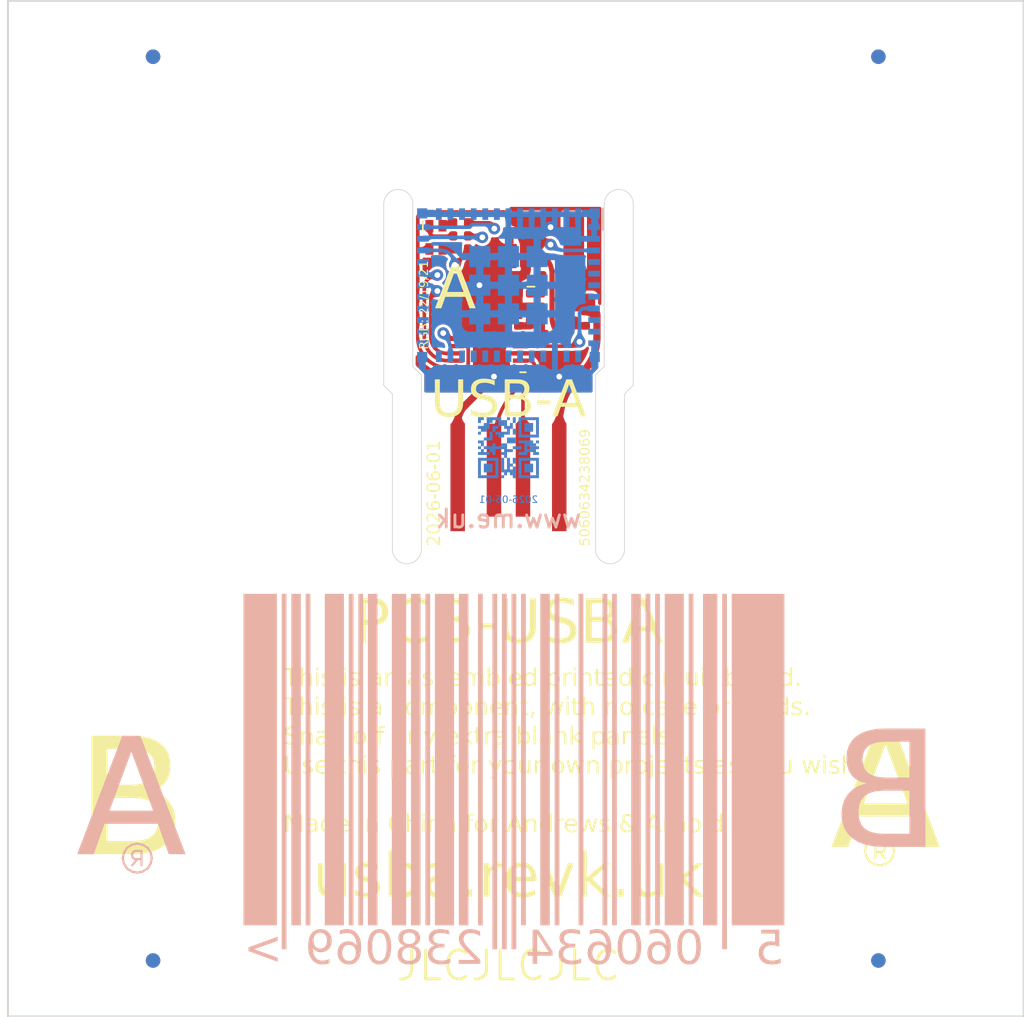
<source format=kicad_pcb>
(kicad_pcb (version 20221018) (generator pcbnew)
  (title_block (title "PCB-USBA") (rev "1") (comment 1 "www.me.uk") (comment 2 "@TheRealRevK"))
  (layers (0 "F.Cu" signal) (31 "B.Cu" signal) (34 "B.Paste" user) (35 "F.Paste" user) (36 "B.SilkS" user "B.Silkscreen") (37 "F.SilkS" user "F.Silkscreen") (38 "B.Mask" user) (39 "F.Mask" user) (44 "Edge.Cuts" user))
  (property "DATE" "2023-06-01")
  (net 0 "")
  (net 1 "Net-(D2-RK)")
  (net 2 "GND")
  (net 3 "Net-(D2-BK)")
  (net 4 "Net-(D2-GK)")
  (net 5 "O")
  (net 6 "I")
  (net 7 "Net-(J1-D-)")
  (net 8 "Net-(J1-D+)")
  (net 12 "EN")
  (net 13 "GPIO0")
  (net 17 "R")
  (net 18 "G")
  (net 19 "B")
  (net 33 "+3.3V")
  (net 38 "DC")
  (footprint "RevK:USB-A-PCB" (layer "F.Cu") (at 121.5 91.8)
    (fp_text reference "J1" hide)
    (fp_text value "USB_A")
    (pad "1" smd rect (at 3.5 -4.95) (size 1 7.41) (layers "F.Cu" "F.Mask") (net 38 "DC"))
    (pad "2" smd rect (at 1 -5.45) (size 1 6.41) (layers "F.Cu" "F.Mask") (net 7 "Net-(J1-D-)"))
    (pad "3" smd rect (at -1 -5.45) (size 1 6.41) (layers "F.Cu" "F.Mask") (net 8 "Net-(J1-D+)"))
    (pad "4" smd rect (at -3.5 -4.95) (size 1 7.41) (layers "F.Cu" "F.Mask") (net 2 "GND"))
  )
  (footprint "RevK:C_0603_" (layer "F.Cu") (at 127 73.8 -90)
    (fp_text reference "C6" hide)
    (fp_text value "10uF 50V")
  )
  (footprint "RevK:SOT-23-6-MD8942" (layer "F.Cu") (at 124.5 75.1 180)
    (fp_text reference "U5" hide)
    (fp_text value "MD8942")
    (fp_line (start 1.7 1.4) (end 1.2 1.4) (stroke (width 0.12)) (layer "F.SilkS"))
    (pad "1" smd rect (at 0.7625 1.5 180) (size 0.525 0.8) (layers "F.Cu"))
    (pad "1" smd roundrect (at 0.775 2 180) (size 0.8 0.95) (layers "F.Cu" "F.Paste" "F.Mask"))
    (pad "1" smd roundrect (at 1.1375 0.95 180) (size 1.325 0.6) (layers "F.Cu" "F.Paste" "F.Mask"))
    (pad "2" smd roundrect (at 1.1375 0 180) (size 1.325 0.6) (layers "F.Cu" "F.Paste" "F.Mask") (net 2 "GND"))
    (pad "2" smd rect (at 1.8 0 180) (size 0.8 0.6) (layers "F.Cu") (net 2 "GND"))
    (pad "2" smd roundrect (at 2.3 -0.3 90) (size 0.54 0.64) (layers "F.Cu" "F.Paste" "F.Mask") (net 2 "GND"))
    (pad "2" smd roundrect (at 2.5 0 180) (size 0.95 1.125) (layers "F.Cu") (net 2 "GND"))
    (pad "2" smd roundrect (at 2.5 0.525 180) (size 0.95 0.8) (layers "F.Cu" "F.Paste" "F.Mask") (net 2 "GND"))
    (pad "3" smd roundrect (at 0.5 -1.9 180) (size 0.54 0.64) (layers "F.Cu" "F.Paste" "F.Mask"))
    (pad "3" smd rect (at 0.625 -1.355 180) (size 0.29 0.89) (layers "F.Cu"))
    (pad "3" smd roundrect (at 1.1375 -0.95 180) (size 1.325 0.6) (layers "F.Cu" "F.Paste" "F.Mask"))
    (pad "3" smd custom (at 1.98 -1.3 180) (size 0.8 0.5) (layers "F.Cu") (options (clearance outline) (anchor rect)) (primitives (gr_arc (start -0.8 0.4) (mid -0.682843 0.117157) (end -0.4 0) (width 0.5))))
    (pad "3" smd roundrect (at 2.3 -1.3 90) (size 0.54 0.64) (layers "F.Cu" "F.Paste" "F.Mask"))
    (pad "4" smd roundrect (at -2.3 -1.3 270) (size 0.54 0.64) (layers "F.Cu" "F.Paste" "F.Mask"))
    (pad "4" smd custom (at -1.9 -1.3 180) (size 0.8 0.5) (layers "F.Cu") (options (clearance outline) (anchor rect)) (primitives (gr_arc (start 0.4 0) (mid 0.682843 0.117157) (end 0.8 0.4) (width 0.5))))
    (pad "4" smd roundrect (at -1.1375 -0.95 180) (size 1.325 0.6) (layers "F.Cu" "F.Paste" "F.Mask"))
    (pad "5" smd roundrect (at -2.5 0 180) (size 0.95 1.125) (layers "F.Cu") (net 38 "DC"))
    (pad "5" smd roundrect (at -2.5 0.525 180) (size 0.95 0.8) (layers "F.Cu" "F.Paste" "F.Mask") (net 38 "DC"))
    (pad "5" smd roundrect (at -2.3 -0.3 270) (size 0.54 0.64) (layers "F.Cu" "F.Paste" "F.Mask") (net 38 "DC"))
    (pad "5" smd rect (at -1.8 0 180) (size 0.8 0.6) (layers "F.Cu") (net 38 "DC"))
    (pad "5" smd roundrect (at -1.1375 0 180) (size 1.325 0.6) (layers "F.Cu" "F.Paste" "F.Mask") (net 38 "DC"))
    (pad "6" smd rect (at -1.5 4.6 180) (size 1.425 3.7) (layers "F.Cu" "F.Mask"))
    (pad "6" smd rect (at -1.3 1.975 180) (size 1 2) (layers "F.Cu"))
    (pad "6" smd roundrect (at -1.1375 0.95 180) (size 1.325 0.6) (layers "F.Cu" "F.Paste" "F.Mask"))
    (pad "6" smd roundrect (at -0.775 2 180) (size 0.8 0.95) (layers "F.Cu" "F.Paste" "F.Mask"))
    (pad "7" smd roundrect (at -2.5 2.075 180) (size 0.95 0.8) (layers "F.Cu" "F.Paste" "F.Mask") (net 2 "GND"))
    (pad "8" smd roundrect (at -0.5 -1.9 180) (size 0.54 0.64) (layers "F.Cu" "F.Paste" "F.Mask") (net 33 "+3.3V"))
    (pad "8" smd custom (at 0 0.8 180) (size 0.35 3) (layers "F.Cu") (net 33 "+3.3V") (options (clearance outline) (anchor rect)) (primitives (gr_arc (start -0.5 -2.71) (mid -0.129059 -2.154847) (end 0.001198 -1.5) (width 0.35)) (gr_arc (start 1.5 3) (mid 0.43934 2.56066) (end 0 1.5) (width 0.35))))
    (pad "8" smd rect (at 1.5 4.6 180) (size 1.425 3.7) (layers "F.Cu" "F.Mask") (net 33 "+3.3V"))
    (pad "8" smd custom (at 1.8 3.6 180) (size 0.7 2) (layers "F.Cu") (net 33 "+3.3V") (options (clearance outline) (anchor rect)) (primitives (gr_arc (start 0 -1) (mid 0.146447 -1.353553) (end 0.5 -1.5) (width 0.7))))
    (pad "8" smd roundrect (at 2.5 2.075 180) (size 0.95 0.8) (layers "F.Cu" "F.Paste" "F.Mask") (net 33 "+3.3V"))
  )
  (footprint "RevK:C_0603_" (layer "F.Cu") (at 124.5 73.1 180)
    (fp_text reference "C8" hide)
    (fp_text value "100nF")
  )
  (footprint "RevK:R_0402" (layer "F.Cu") (at 118.2 69.3)
    (fp_text reference "R7" hide)
    (fp_text value "220R" hide)
    (pad "1" smd roundrect (at -0.5 0) (size 0.54 0.64) (layers "F.Cu" "F.Paste" "F.Mask") (net 3 "Net-(D2-BK)"))
    (pad "2" smd roundrect (at 0.5 0) (size 0.54 0.64) (layers "F.Cu" "F.Paste" "F.Mask") (net 19 "B"))
  )
  (footprint "RevK:R_0402_" (layer "F.Cu") (at 124.5 77 180)
    (fp_text reference "R9" hide)
    (fp_text value "124k" hide)
  )
  (footprint "RevK:C_0402" (layer "F.Cu") (at 121.6 69.5 -90)
    (fp_text reference "C4" hide)
    (fp_text value "100nF" hide)
    (pad "1" smd roundrect (at -0.5 0 270) (size 0.54 0.64) (layers "F.Cu" "F.Paste" "F.Mask") (net 33 "+3.3V"))
    (pad "2" smd roundrect (at 0.5 0 270) (size 0.54 0.64) (layers "F.Cu" "F.Paste" "F.Mask") (net 2 "GND"))
  )
  (footprint "RevK:R_0402_" (layer "F.Cu") (at 126.8 75.9 -90)
    (fp_text reference "R11" hide)
    (fp_text value "1M" hide)
  )
  (footprint "RevK:PCB7070" (layer "F.Cu") (at 122 89)
    (fp_text reference "PCB1" hide)
    (fp_text value "70x70")
    (fp_line (start -35 -35) (end 35 -35) (stroke (width 0.12)) (layer "Edge.Cuts"))
    (fp_line (start -35 35) (end -35 -35) (stroke (width 0.12)) (layer "Edge.Cuts"))
    (fp_line (start 35 -35) (end 35 35) (stroke (width 0.12)) (layer "Edge.Cuts"))
    (fp_line (start 35 35) (end -35 35) (stroke (width 0.12)) (layer "Edge.Cuts"))
    (pad "" np_thru_hole circle (at -33 33) (size 1.1 1.1) (drill 1.1) (layers "F&B.Cu" "*.Mask") (clearance 0.1))
    (pad "" np_thru_hole circle (at -30 -30) (size 2 2) (drill 2) (layers "F&B.Cu" "*.Mask") (clearance 0.1))
    (pad "" np_thru_hole circle (at -30 30) (size 2 2) (drill 2) (layers "F&B.Cu" "*.Mask") (clearance 0.1))
    (pad "" np_thru_hole circle (at 30 -30) (size 2 2) (drill 2) (layers "F&B.Cu" "*.Mask") (clearance 0.1))
    (pad "" np_thru_hole circle (at 30 30) (size 2 2) (drill 2) (layers "F&B.Cu" "*.Mask") (clearance 0.1))
    (pad "" np_thru_hole circle (at 33 -33) (size 1.1 1.1) (drill 1.1) (layers "F&B.Cu" "*.Mask") (clearance 0.1))
    (pad "1" smd circle (at -25 -31.15) (size 1 1) (property pad_prop_fiducial_loc) (layers "F.Cu" "F.Paste" "F.Mask") (clearance 0.5))
    (pad "1" smd circle (at -25 -31.15) (size 1 1) (property pad_prop_fiducial_loc) (layers "B.Cu" "B.Paste" "B.Mask") (clearance 0.5))
    (pad "1" smd circle (at -25 31.15) (size 1 1) (property pad_prop_fiducial_loc) (layers "F.Cu" "F.Paste" "F.Mask") (clearance 0.5))
    (pad "1" smd circle (at -25 31.15) (size 1 1) (property pad_prop_fiducial_loc) (layers "B.Cu" "B.Paste" "B.Mask") (clearance 0.5))
    (pad "1" smd circle (at 25 -31.15) (size 1 1) (property pad_prop_fiducial_loc) (layers "F.Cu" "F.Paste" "F.Mask") (clearance 0.5))
    (pad "1" smd circle (at 25 -31.15) (size 1 1) (property pad_prop_fiducial_loc) (layers "B.Cu" "B.Paste" "B.Mask") (clearance 0.5))
    (pad "1" smd circle (at 25 31.15) (size 1 1) (property pad_prop_fiducial_loc) (layers "F.Cu" "F.Paste" "F.Mask") (clearance 0.5))
    (pad "1" smd circle (at 25 31.15) (size 1 1) (property pad_prop_fiducial_loc) (layers "B.Cu" "B.Paste" "B.Mask") (clearance 0.5))
  )
  (footprint "RevK:C_0603_" (layer "F.Cu") (at 122 73.8 -90)
    (fp_text reference "C7" hide)
    (fp_text value "10uF 6.3V")
  )
  (footprint "RevK:CH340X" (layer "F.Cu") (at 120.1 78.3 180)
    (fp_text reference "U3" hide)
    (fp_text value "CH340X")
    (fp_line (start -2.6 -1.3) (end -2.2 -1.3) (stroke (width 0.12)) (layer "F.SilkS"))
    (pad "1" smd rect (at -2.2 -1 180) (size 1 0.3) (layers "F.Cu" "F.Paste" "F.Mask") (net 8 "Net-(J1-D+)"))
    (pad "2" smd rect (at -2.2 -0.5 180) (size 1 0.3) (layers "F.Cu" "F.Paste" "F.Mask") (net 7 "Net-(J1-D-)"))
    (pad "3" smd rect (at -2.2 0 180) (size 1 0.3) (layers "F.Cu" "F.Paste" "F.Mask") (net 2 "GND"))
    (pad "4" smd rect (at -2.2 0.5 180) (size 1 0.3) (layers "F.Cu" "F.Paste" "F.Mask") (net 12 "EN"))
    (pad "5" smd rect (at -2.2 1 180) (size 1 0.3) (layers "F.Cu" "F.Paste" "F.Mask") (net 13 "GPIO0"))
    (pad "6" smd rect (at 2.2 1 180) (size 1 0.3) (layers "F.Cu" "F.Paste" "F.Mask") (net 13 "GPIO0"))
    (pad "7" smd rect (at 2.2 0.5 180) (size 1 0.3) (layers "F.Cu" "F.Paste" "F.Mask") (net 33 "+3.3V"))
    (pad "8" smd rect (at 2.2 0 180) (size 1 0.3) (layers "F.Cu" "F.Paste" "F.Mask") (net 6 "I"))
    (pad "9" smd rect (at 2.2 -0.5 180) (size 1 0.3) (layers "F.Cu" "F.Paste" "F.Mask") (net 5 "O"))
    (pad "10" smd rect (at 2.2 -1 180) (size 1 0.3) (layers "F.Cu" "F.Paste" "F.Mask") (net 33 "+3.3V"))
  )
  (footprint "RevK:R_0402" (layer "F.Cu") (at 118.2 71.1)
    (fp_text reference "R5" hide)
    (fp_text value "2K" hide)
    (pad "1" smd roundrect (at -0.5 0) (size 0.54 0.64) (layers "F.Cu" "F.Paste" "F.Mask") (net 4 "Net-(D2-GK)"))
    (pad "2" smd roundrect (at 0.5 0) (size 0.54 0.64) (layers "F.Cu" "F.Paste" "F.Mask") (net 18 "G"))
  )
  (footprint "RevK:L_4x4_" (layer "F.Cu") (at 124.5 70.5 180)
    (fp_text reference "L2" hide)
    (fp_text value "10uH")
  )
  (footprint "RevK:R_0402" (layer "F.Cu") (at 118.2 70.2)
    (fp_text reference "R4" hide)
    (fp_text value "680R" hide)
    (pad "1" smd roundrect (at -0.5 0) (size 0.54 0.64) (layers "F.Cu" "F.Paste" "F.Mask") (net 1 "Net-(D2-RK)"))
    (pad "2" smd roundrect (at 0.5 0) (size 0.54 0.64) (layers "F.Cu" "F.Paste" "F.Mask") (net 17 "R"))
  )
  (footprint "RevK:R_0402_" (layer "F.Cu") (at 122.2 75.9 90)
    (fp_text reference "R10" hide)
    (fp_text value "40k2" hide)
  )
  (footprint "RevK:LED-RGB-1.6x1.6" (layer "F.Cu") (at 116.5 70.3 -90)
    (fp_text reference "D2" hide)
    (fp_text value "RGB")
    (fp_line (start -1.1 0.9) (end -0.5 0.9) (stroke (width 0.12)) (layer "F.SilkS"))
    (pad "1" smd rect (at -0.8 0.45 270) (size 0.8 0.55) (layers "F.Cu" "F.Paste" "F.Mask") (net 1 "Net-(D2-RK)"))
    (pad "2" smd rect (at -0.8 -0.45 270) (size 0.8 0.55) (layers "F.Cu" "F.Paste" "F.Mask") (net 3 "Net-(D2-BK)"))
    (pad "3" smd rect (at 0.8 -0.45 270) (size 0.8 0.55) (layers "F.Cu" "F.Paste" "F.Mask") (net 4 "Net-(D2-GK)"))
    (pad "4" smd rect (at 0.8 0.45 270) (size 0.8 0.55) (layers "F.Cu" "F.Paste" "F.Mask") (net 33 "+3.3V"))
  )
  (footprint "RevK:ESP32-PICO-MINI-02" (layer "B.Cu") (at 121.5 73.6 180)
    (fp_text reference "U1" hide)
    (fp_text value "ESP32-PICO-MINI-02")
    (fp_line (start -6.5 5.3) (end -6.5 3.8) (stroke (width 0.12)) (layer "B.SilkS"))
    (pad "1" smd rect (at -5.9 4 180) (size 0.8 0.4) (layers "B.Cu" "B.Paste" "B.Mask") (net 2 "GND"))
    (pad "2" smd rect (at -5.9 3.2 180) (size 0.8 0.4) (layers "B.Cu" "B.Paste" "B.Mask") (net 2 "GND"))
    (pad "3" smd rect (at -5.9 2.4 180) (size 0.8 0.4) (layers "B.Cu" "B.Paste" "B.Mask") (net 33 "+3.3V"))
    (pad "4" smd rect (at -5.9 1.6 180) (size 0.8 0.4) (layers "B.Cu" "B.Paste" "B.Mask"))
    (pad "5" smd rect (at -5.9 0.8 180) (size 0.8 0.4) (layers "B.Cu" "B.Paste" "B.Mask"))
    (pad "6" smd rect (at -5.9 0 180) (size 0.8 0.4) (layers "B.Cu" "B.Paste" "B.Mask"))
    (pad "7" smd rect (at -5.9 -0.8 180) (size 0.8 0.4) (layers "B.Cu" "B.Paste" "B.Mask"))
    (pad "8" smd rect (at -5.9 -1.6 180) (size 0.8 0.4) (layers "B.Cu" "B.Paste" "B.Mask") (net 12 "EN"))
    (pad "9" smd rect (at -5.9 -2.4 180) (size 0.8 0.4) (layers "B.Cu" "B.Paste" "B.Mask"))
    (pad "10" smd rect (at -5.9 -3.2 180) (size 0.8 0.4) (layers "B.Cu" "B.Paste" "B.Mask"))
    (pad "11" smd rect (at -5.9 -4 180) (size 0.8 0.4) (layers "B.Cu" "B.Paste" "B.Mask") (net 2 "GND"))
    (pad "12" smd rect (at -4.8 -4.9 180) (size 0.4 0.8) (layers "B.Cu" "B.Paste" "B.Mask"))
    (pad "13" smd rect (at -4 -4.9 180) (size 0.4 0.8) (layers "B.Cu" "B.Paste" "B.Mask"))
    (pad "14" smd rect (at -3.2 -4.9 180) (size 0.4 0.8) (layers "B.Cu" "B.Paste" "B.Mask") (net 2 "GND"))
    (pad "15" smd rect (at -2.4 -4.9 180) (size 0.4 0.8) (layers "B.Cu" "B.Paste" "B.Mask"))
    (pad "16" smd rect (at -1.6 -4.9 180) (size 0.4 0.8) (layers "B.Cu" "B.Paste" "B.Mask"))
    (pad "17" smd rect (at -0.8 -4.9 180) (size 0.4 0.8) (layers "B.Cu" "B.Paste" "B.Mask"))
    (pad "18" smd rect (at 0 -4.9 180) (size 0.4 0.8) (layers "B.Cu" "B.Paste" "B.Mask"))
    (pad "19" smd rect (at 0.8 -4.9 180) (size 0.4 0.8) (layers "B.Cu" "B.Paste" "B.Mask"))
    (pad "20" smd rect (at 1.6 -4.9 180) (size 0.4 0.8) (layers "B.Cu" "B.Paste" "B.Mask"))
    (pad "21" smd rect (at 2.4 -4.9 180) (size 0.4 0.8) (layers "B.Cu" "B.Paste" "B.Mask"))
    (pad "22" smd rect (at 3.2 -4.9 180) (size 0.4 0.8) (layers "B.Cu" "B.Paste" "B.Mask"))
    (pad "23" smd rect (at 4 -4.9 180) (size 0.4 0.8) (layers "B.Cu" "B.Paste" "B.Mask") (net 13 "GPIO0"))
    (pad "24" smd rect (at 4.8 -4.9 180) (size 0.4 0.8) (layers "B.Cu" "B.Paste" "B.Mask"))
    (pad "25" smd rect (at 5.9 -4 180) (size 0.8 0.4) (layers "B.Cu" "B.Paste" "B.Mask"))
    (pad "26" smd rect (at 5.9 -3.2 180) (size 0.8 0.4) (layers "B.Cu" "B.Paste" "B.Mask"))
    (pad "27" smd rect (at 5.9 -2.4 180) (size 0.8 0.4) (layers "B.Cu" "B.Paste" "B.Mask"))
    (pad "28" smd rect (at 5.9 -1.6 180) (size 0.8 0.4) (layers "B.Cu" "B.Paste" "B.Mask"))
    (pad "29" smd rect (at 5.9 -0.8 180) (size 0.8 0.4) (layers "B.Cu" "B.Paste" "B.Mask"))
    (pad "30" smd rect (at 5.9 0 180) (size 0.8 0.4) (layers "B.Cu" "B.Paste" "B.Mask") (net 6 "I"))
    (pad "31" smd rect (at 5.9 0.8 180) (size 0.8 0.4) (layers "B.Cu" "B.Paste" "B.Mask") (net 5 "O"))
    (pad "32" smd rect (at 5.9 1.6 180) (size 0.8 0.4) (layers "B.Cu" "B.Paste" "B.Mask"))
    (pad "33" smd rect (at 5.9 2.4 180) (size 0.8 0.4) (layers "B.Cu" "B.Paste" "B.Mask") (net 18 "G"))
    (pad "34" smd rect (at 5.9 3.2 180) (size 0.8 0.4) (layers "B.Cu" "B.Paste" "B.Mask") (net 17 "R"))
    (pad "35" smd rect (at 5.9 4 180) (size 0.8 0.4) (layers "B.Cu" "B.Paste" "B.Mask") (net 19 "B"))
    (pad "36" smd rect (at 4.8 4.9 180) (size 0.4 0.8) (layers "B.Cu" "B.Paste" "B.Mask") (net 2 "GND"))
    (pad "37" smd rect (at 4 4.9 180) (size 0.4 0.8) (layers "B.Cu" "B.Paste" "B.Mask") (net 2 "GND"))
    (pad "38" smd rect (at 3.2 4.9 180) (size 0.4 0.8) (layers "B.Cu" "B.Paste" "B.Mask") (net 2 "GND"))
    (pad "39" smd rect (at 2.4 4.9 180) (size 0.4 0.8) (layers "B.Cu" "B.Paste" "B.Mask") (net 2 "GND"))
    (pad "40" smd rect (at 1.6 4.9 180) (size 0.4 0.8) (layers "B.Cu" "B.Paste" "B.Mask") (net 2 "GND"))
    (pad "41" smd rect (at 0.8 4.9 180) (size 0.4 0.8) (layers "B.Cu" "B.Paste" "B.Mask") (net 2 "GND"))
    (pad "42" smd rect (at 0 4.9 180) (size 0.4 0.8) (layers "B.Cu" "B.Paste" "B.Mask") (net 2 "GND"))
    (pad "43" smd rect (at -0.8 4.9 180) (size 0.4 0.8) (layers "B.Cu" "B.Paste" "B.Mask") (net 2 "GND"))
    (pad "44" smd rect (at -1.6 4.9 180) (size 0.4 0.8) (layers "B.Cu" "B.Paste" "B.Mask") (net 2 "GND"))
    (pad "45" smd rect (at -2.4 4.9 180) (size 0.4 0.8) (layers "B.Cu" "B.Paste" "B.Mask") (net 2 "GND"))
    (pad "46" smd rect (at -3.2 4.9 180) (size 0.4 0.8) (layers "B.Cu" "B.Paste" "B.Mask") (net 2 "GND"))
    (pad "47" smd rect (at -4 4.9 180) (size 0.4 0.8) (layers "B.Cu" "B.Paste" "B.Mask") (net 2 "GND"))
    (pad "48" smd rect (at -4.8 4.9 180) (size 0.4 0.8) (layers "B.Cu" "B.Paste" "B.Mask") (net 2 "GND"))
    (pad "49" smd rect (at -1.975 -1.975 180) (size 1.45 1.45) (layers "B.Cu" "B.Paste" "B.Mask") (net 2 "GND"))
    (pad "49" smd rect (at -1.975 0 180) (size 1.45 1.45) (layers "B.Cu" "B.Paste" "B.Mask") (net 2 "GND"))
    (pad "49" smd roundrect (at -1.975 1.975 180) (size 1.45 1.45) (layers "B.Cu" "B.Paste" "B.Mask") (roundrect_rratio 0) (chamfer_ratio 0.41) (chamfer bottom_left) (net 2 "GND"))
    (pad "49" smd rect (at 0 -1.975 180) (size 1.45 1.45) (layers "B.Cu" "B.Paste" "B.Mask") (net 2 "GND"))
    (pad "49" smd rect (at 0 0 180) (size 1.45 1.45) (layers "B.Cu" "B.Paste" "B.Mask") (net 2 "GND"))
    (pad "49" smd rect (at 0 1.975 180) (size 1.45 1.45) (layers "B.Cu" "B.Paste" "B.Mask") (net 2 "GND"))
    (pad "49" smd rect (at 1.975 -1.975 180) (size 1.45 1.45) (layers "B.Cu" "B.Paste" "B.Mask") (net 2 "GND"))
    (pad "49" smd rect (at 1.975 0 180) (size 1.45 1.45) (layers "B.Cu" "B.Paste" "B.Mask") (net 2 "GND"))
    (pad "49" smd rect (at 1.975 1.975 180) (size 1.45 1.45) (layers "B.Cu" "B.Paste" "B.Mask") (net 2 "GND"))
    (pad "50" smd rect (at 5.95 4.95 180) (size 0.7 0.7) (layers "B.Cu" "B.Paste" "B.Mask") (net 2 "GND"))
    (pad "51" smd rect (at 5.95 -4.95 180) (size 0.7 0.7) (layers "B.Cu" "B.Paste" "B.Mask") (net 2 "GND"))
    (pad "52" smd rect (at -5.95 -4.95 180) (size 0.7 0.7) (layers "B.Cu" "B.Paste" "B.Mask") (net 2 "GND"))
    (pad "53" smd rect (at -5.95 4.95 180) (size 0.7 0.7) (layers "B.Cu" "B.Paste" "B.Mask") (net 2 "GND"))
    (zone (net 0) (net_name "") (layer "F.Cu") (connect_pads (clearance 0)) (min_thickness 0.01)
      (keepout (tracks not_allowed) (vias not_allowed) (pads not_allowed) (copperpour not_allowed) (footprints allowed))
      (fill (thermal_gap 0.508) (thermal_bridge_width 0.508))
      (polygon (pts (xy 128.1 62.6) (xy 114.9 62.6) (xy 114.9 68) (xy 128.1 68)))
    )
    (zone (net 0) (net_name "") (layer "B.Cu") (connect_pads (clearance 0)) (min_thickness 0.01)
      (keepout (tracks not_allowed) (vias not_allowed) (pads not_allowed) (copperpour not_allowed) (footprints allowed))
      (fill (thermal_gap 0.508) (thermal_bridge_width 0.508))
      (polygon (pts (xy 128.1 62.6) (xy 114.9 62.6) (xy 114.9 68) (xy 128.1 68)))
    )
  )
  (footprint "RevK:QR-USBA" (layer "B.Cu") (at 121.5 84.8 180)
    (fp_text reference "U4" hide)
    (fp_text value "QR" hide)
    (fp_text user "${CURRENT_DATE}" (at 0 -3.6) (layer "B.Cu") (effects (font (size 0.5 0.5) (thickness 0.1)) (justify mirror)))
    (pad "-" smd rect (at -2 -1.3 180) (size 0.2 1.2) (layers "B.Cu") (clearance 0.2))
    (pad "-" smd rect (at -2 0.4 180) (size 0.2 0.2) (layers "B.Cu") (clearance 0.2))
    (pad "-" smd rect (at -2 1.5 180) (size 0.2 1.2) (layers "B.Cu") (clearance 0.2))
    (pad "-" smd rect (at -1.9 -0.4 180) (size 0.4 0.2) (layers "B.Cu") (clearance 0.2))
    (pad "-" smd rect (at -1.8 0 180) (size 0.6 0.2) (layers "B.Cu") (clearance 0.2))
    (pad "-" smd rect (at -1.6 0.2 180) (size 0.6 0.2) (layers "B.Cu") (clearance 0.2))
    (pad "-" smd rect (at -1.5 -0.2 180) (size 0.8 0.2) (layers "B.Cu") (clearance 0.2))
    (pad "-" smd rect (at -1.5 0.4 180) (size 0.4 0.2) (layers "B.Cu") (clearance 0.2))
    (pad "-" smd rect (at -1.4 -2 180) (size 1.4 0.2) (layers "B.Cu") (clearance 0.2))
    (pad "-" smd rect (at -1.4 -1.4 180) (size 0.6 0.6) (layers "B.Cu") (clearance 0.2))
    (pad "-" smd rect (at -1.4 -0.8 180) (size 1 0.2) (layers "B.Cu") (clearance 0.2))
    (pad "-" smd rect (at -1.4 0.8 180) (size 1.4 0.2) (layers "B.Cu") (clearance 0.2))
    (pad "-" smd rect (at -1.4 1.4 180) (size 0.6 0.6) (layers "B.Cu") (clearance 0.2))
    (pad "-" smd rect (at -1.4 2 180) (size 1 0.2) (layers "B.Cu") (clearance 0.2))
    (pad "-" smd rect (at -1.2 0.2 180) (size 0.2 0.6) (layers "B.Cu") (clearance 0.2))
    (pad "-" smd rect (at -1 -0.4 180) (size 0.6 0.2) (layers "B.Cu") (clearance 0.2))
    (pad "-" smd rect (at -0.9 0.4 180) (size 0.4 0.2) (layers "B.Cu") (clearance 0.2))
    (pad "-" smd rect (at -0.8 -1.3 180) (size 0.2 1.2) (layers "B.Cu") (clearance 0.2))
    (pad "-" smd rect (at -0.8 1.5 180) (size 0.2 1.2) (layers "B.Cu") (clearance 0.2))
    (pad "-" smd rect (at -0.6 0 180) (size 0.6 0.2) (layers "B.Cu") (clearance 0.2))
    (pad "-" smd rect (at -0.4 -1.7 180) (size 0.2 0.8) (layers "B.Cu") (clearance 0.2))
    (pad "-" smd rect (at -0.4 -0.9 180) (size 0.2 0.4) (layers "B.Cu") (clearance 0.2))
    (pad "-" smd rect (at -0.4 1.1 180) (size 0.2 0.4) (layers "B.Cu") (clearance 0.2))
    (pad "-" smd rect (at -0.4 1.9 180) (size 0.2 0.4) (layers "B.Cu") (clearance 0.2))
    (pad "-" smd rect (at -0.2 -1.7 180) (size 0.2 0.4) (layers "B.Cu") (clearance 0.2))
    (pad "-" smd rect (at -0.2 -1.2 180) (size 0.2 0.2) (layers "B.Cu") (clearance 0.2))
    (pad "-" smd rect (at -0.2 0.5 180) (size 0.6 0.4) (layers "B.Cu") (clearance 0.2))
    (pad "-" smd rect (at -0.2 1.5 180) (size 0.2 0.4) (layers "B.Cu") (clearance 0.2))
    (pad "-" smd rect (at -0.1 -0.2 180) (size 0.4 0.2) (layers "B.Cu") (clearance 0.2))
    (pad "-" smd rect (at 0 -1.2 180) (size 0.2 1) (layers "B.Cu") (clearance 0.2))
    (pad "-" smd rect (at 0 1.3 180) (size 0.2 0.4) (layers "B.Cu") (clearance 0.2))
    (pad "-" smd rect (at 0 2 180) (size 0.2 0.2) (layers "B.Cu") (clearance 0.2))
    (pad "-" smd rect (at 0.1 1 180) (size 0.4 0.2) (layers "B.Cu") (clearance 0.2))
    (pad "-" smd rect (at 0.2 -1.7 180) (size 0.2 0.4) (layers "B.Cu") (clearance 0.2))
    (pad "-" smd rect (at 0.2 -0.2 180) (size 0.2 1) (layers "B.Cu") (clearance 0.2))
    (pad "-" smd rect (at 0.2 1.6 180) (size 0.2 0.6) (layers "B.Cu") (clearance 0.2))
    (pad "-" smd rect (at 0.4 -2 180) (size 0.2 0.2) (layers "B.Cu") (clearance 0.2))
    (pad "-" smd rect (at 0.4 -1.2 180) (size 0.2 1) (layers "B.Cu") (clearance 0.2))
    (pad "-" smd rect (at 0.4 -0.4 180) (size 0.2 0.2) (layers "B.Cu") (clearance 0.2))
    (pad "-" smd rect (at 0.4 0.2 180) (size 0.2 0.2) (layers "B.Cu") (clearance 0.2))
    (pad "-" smd rect (at 0.5 0.9 180) (size 0.4 0.4) (layers "B.Cu") (clearance 0.2))
    (pad "-" smd rect (at 0.5 1.7 180) (size 0.4 0.4) (layers "B.Cu") (clearance 0.2))
    (pad "-" smd rect (at 0.6 0 180) (size 0.6 0.2) (layers "B.Cu") (clearance 0.2))
    (pad "-" smd rect (at 0.8 -1.3 180) (size 0.2 1.2) (layers "B.Cu") (clearance 0.2))
    (pad "-" smd rect (at 0.8 1 180) (size 0.2 0.2) (layers "B.Cu") (clearance 0.2))
    (pad "-" smd rect (at 0.8 1.4 180) (size 0.2 0.2) (layers "B.Cu") (clearance 0.2))
    (pad "-" smd rect (at 0.8 2 180) (size 0.6 0.2) (layers "B.Cu") (clearance 0.2))
    (pad "-" smd rect (at 1 -0.1 180) (size 0.2 0.8) (layers "B.Cu") (clearance 0.2))
    (pad "-" smd rect (at 1 1.3 180) (size 0.2 0.4) (layers "B.Cu") (clearance 0.2))
    (pad "-" smd rect (at 1.2 -0.1 180) (size 0.2 0.4) (layers "B.Cu") (clearance 0.2))
    (pad "-" smd rect (at 1.2 0.9 180) (size 0.2 0.4) (layers "B.Cu") (clearance 0.2))
    (pad "-" smd rect (at 1.2 1.9 180) (size 0.2 0.4) (layers "B.Cu") (clearance 0.2))
    (pad "-" smd rect (at 1.4 -2 180) (size 1.4 0.2) (layers "B.Cu") (clearance 0.2))
    (pad "-" smd rect (at 1.4 -1.4 180) (size 0.6 0.6) (layers "B.Cu") (clearance 0.2))
    (pad "-" smd rect (at 1.4 -0.8 180) (size 1 0.2) (layers "B.Cu") (clearance 0.2))
    (pad "-" smd rect (at 1.4 0.6 180) (size 0.6 0.2) (layers "B.Cu") (clearance 0.2))
    (pad "-" smd rect (at 1.4 1.7 180) (size 0.2 0.8) (layers "B.Cu") (clearance 0.2))
    (pad "-" smd rect (at 1.5 0 180) (size 0.4 0.2) (layers "B.Cu") (clearance 0.2))
    (pad "-" smd rect (at 1.6 1.6 180) (size 0.2 0.2) (layers "B.Cu") (clearance 0.2))
    (pad "-" smd rect (at 1.7 -0.4 180) (size 0.8 0.2) (layers "B.Cu") (clearance 0.2))
    (pad "-" smd rect (at 1.7 1.3 180) (size 0.4 0.4) (layers "B.Cu") (clearance 0.2))
    (pad "-" smd rect (at 1.8 -0.2 180) (size 0.2 0.2) (layers "B.Cu") (clearance 0.2))
    (pad "-" smd rect (at 1.8 0.3 180) (size 0.2 0.4) (layers "B.Cu") (clearance 0.2))
    (pad "-" smd rect (at 1.8 2 180) (size 0.2 0.2) (layers "B.Cu") (clearance 0.2))
    (pad "-" smd rect (at 2 -1.3 180) (size 0.2 1.2) (layers "B.Cu") (clearance 0.2))
    (pad "-" smd rect (at 2 0 180) (size 0.2 0.2) (layers "B.Cu") (clearance 0.2))
    (pad "-" smd rect (at 2 0.4 180) (size 0.2 0.2) (layers "B.Cu") (clearance 0.2))
    (pad "-" smd rect (at 2 1 180) (size 0.2 0.2) (layers "B.Cu") (clearance 0.2))
    (pad "-" smd rect (at 2 1.4 180) (size 0.2 0.2) (layers "B.Cu") (clearance 0.2))
    (pad "-" smd rect (at 2 1.9 180) (size 0.2 0.4) (layers "B.Cu") (clearance 0.2))
    (zone (net 0) (net_name "") (layer "B.Cu") (connect_pads (clearance 0)) (min_thickness 0.254)
      (keepout (tracks not_allowed) (vias not_allowed) (pads allowed) (copperpour not_allowed) (footprints not_allowed))
      (fill (thermal_gap 0.508) (thermal_bridge_width 0.508))
      (polygon (pts (xy 118.55 89.15) (xy 124.45 89.15) (xy 124.45 81.85) (xy 118.55 81.85)))
    )
  )
  (footprint "RevK:EAN-5060634238069" (layer "B.Cu") (at 140.52 94.875 180)
    (fp_text reference "U2" hide)
    (fp_text value "Barcode" hide)
    (fp_text user "060634" (at 11.71 -25.9) (layer "B.SilkS") (effects (font (size 2.31 2.31) (thickness 0.1)) (justify bottom mirror)))
    (fp_text user ">" (at 37.29 -25.9) (layer "B.SilkS") (effects (font (size 2.31 2.31) (thickness 0.1)) (justify right bottom mirror)))
    (fp_text user "238069" (at 26.89 -25.9) (layer "B.SilkS") (effects (font (size 2.31 2.31) (thickness 0.1)) (justify bottom mirror)))
    (fp_text user "5" (at 0 -25.9) (layer "B.SilkS") (effects (font (size 2.31 2.31) (thickness 0.1)) (justify left bottom mirror)))
    (fp_rect (start 0 0) (end 3.63 -22.85) (fill solid) (layer "B.SilkS"))
    (fp_rect (start 3.96 0) (end 4.29 -24.5) (fill solid) (layer "B.SilkS"))
    (fp_rect (start 4.62 0) (end 5.61 -22.85) (fill solid) (layer "B.SilkS"))
    (fp_rect (start 6.27 0) (end 6.6 -22.85) (fill solid) (layer "B.SilkS"))
    (fp_rect (start 6.93 0) (end 8.25 -22.85) (fill solid) (layer "B.SilkS"))
    (fp_rect (start 8.58 0) (end 8.91 -22.85) (fill solid) (layer "B.SilkS"))
    (fp_rect (start 9.24 0) (end 9.57 -22.85) (fill solid) (layer "B.SilkS"))
    (fp_rect (start 9.9 0) (end 10.56 -22.85) (fill solid) (layer "B.SilkS"))
    (fp_rect (start 11.55 0) (end 11.88 -22.85) (fill solid) (layer "B.SilkS"))
    (fp_rect (start 12.21 0) (end 12.54 -22.85) (fill solid) (layer "B.SilkS"))
    (fp_rect (start 13.86 0) (end 14.19 -22.85) (fill solid) (layer "B.SilkS"))
    (fp_rect (start 15.51 0) (end 15.84 -22.85) (fill solid) (layer "B.SilkS"))
    (fp_rect (start 16.17 0) (end 16.83 -22.85) (fill solid) (layer "B.SilkS"))
    (fp_rect (start 17.82 0) (end 18.15 -22.85) (fill solid) (layer "B.SilkS"))
    (fp_rect (start 18.48 0) (end 18.81 -24.5) (fill solid) (layer "B.SilkS"))
    (fp_rect (start 19.14 0) (end 19.47 -24.5) (fill solid) (layer "B.SilkS"))
    (fp_rect (start 19.8 0) (end 20.13 -24.5) (fill solid) (layer "B.SilkS"))
    (fp_rect (start 20.79 0) (end 21.12 -22.85) (fill solid) (layer "B.SilkS"))
    (fp_rect (start 21.78 0) (end 22.44 -22.85) (fill solid) (layer "B.SilkS"))
    (fp_rect (start 22.77 0) (end 24.09 -22.85) (fill solid) (layer "B.SilkS"))
    (fp_rect (start 24.42 0) (end 24.75 -22.85) (fill solid) (layer "B.SilkS"))
    (fp_rect (start 25.08 0) (end 25.74 -22.85) (fill solid) (layer "B.SilkS"))
    (fp_rect (start 26.07 0) (end 27.06 -22.85) (fill solid) (layer "B.SilkS"))
    (fp_rect (start 28.05 0) (end 28.71 -22.85) (fill solid) (layer "B.SilkS"))
    (fp_rect (start 29.04 0) (end 29.37 -22.85) (fill solid) (layer "B.SilkS"))
    (fp_rect (start 29.7 0) (end 30.03 -22.85) (fill solid) (layer "B.SilkS"))
    (fp_rect (start 30.36 0) (end 31.68 -22.85) (fill solid) (layer "B.SilkS"))
    (fp_rect (start 32.67 0) (end 33 -22.85) (fill solid) (layer "B.SilkS"))
    (fp_rect (start 33.33 0) (end 33.99 -22.85) (fill solid) (layer "B.SilkS"))
    (fp_rect (start 34.32 0) (end 34.65 -24.5) (fill solid) (layer "B.SilkS"))
    (fp_rect (start 34.98 0) (end 37.29 -22.85) (fill solid) (layer "B.SilkS"))
  )
  (gr_line (start 128.1 79.2) (end 128.1 68) (stroke (width 0.05)) (layer "Edge.Cuts"))
  (gr_line (start 130.1 80.5) (end 130.1 68) (stroke (width 0.05)) (layer "Edge.Cuts"))
  (gr_line (start 114.9 68) (end 114.9 79.2) (stroke (width 0.05)) (layer "Edge.Cuts"))
  (gr_line (start 114.9 79.2) (end 115.5 79.8) (stroke (width 0.05)) (layer "Edge.Cuts"))
  (gr_arc (start 128.1 68) (mid 129.1 67) (end 130.1 68) (stroke (width 0.05)) (layer "Edge.Cuts"))
  (gr_line (start 115.5 79.8) (end 115.5 91.8) (stroke (width 0.05)) (layer "Edge.Cuts"))
  (gr_line (start 129.5 81.1) (end 129.5 91.8) (stroke (width 0.05)) (layer "Edge.Cuts"))
  (gr_line (start 112.9 80.5) (end 113.5 81.1) (stroke (width 0.05)) (layer "Edge.Cuts"))
  (gr_arc (start 129.5 91.8) (mid 128.5 92.8) (end 127.5 91.8) (stroke (width 0.05)) (layer "Edge.Cuts"))
  (gr_line (start 112.9 68) (end 112.9 80.5) (stroke (width 0.05)) (layer "Edge.Cuts"))
  (gr_line (start 127.5 79.8) (end 127.5 91.8) (stroke (width 0.05)) (layer "Edge.Cuts"))
  (gr_arc (start 115.5 91.8) (mid 114.5 92.8) (end 113.5 91.8) (stroke (width 0.05)) (layer "Edge.Cuts"))
  (gr_line (start 113.5 81.1) (end 113.5 91.8) (stroke (width 0.05)) (layer "Edge.Cuts"))
  (gr_line (start 130.1 80.5) (end 129.5 81.1) (stroke (width 0.05)) (layer "Edge.Cuts"))
  (gr_line (start 128.1 79.2) (end 127.5 79.8) (stroke (width 0.05)) (layer "Edge.Cuts"))
  (gr_arc (start 112.9 68) (mid 113.9 67) (end 114.9 68) (stroke (width 0.05)) (layer "Edge.Cuts"))
  (gr_text "B" (at 147.5 109) (layer "B.SilkS") (effects (font (size 8 8)) (justify mirror)))
  (gr_text "®" (at 97.3 114) (layer "B.SilkS") (effects (font (size 1.5 1.5)) (justify left bottom mirror)))
  (gr_text "www.me.uk" (at 121.5 89.7) (layer "B.SilkS") (effects (font (size 1.25 1.25) (thickness 0.2)) (justify mirror)))
  (gr_text "A" (at 95.5 109.5) (layer "B.SilkS") (effects (font (size 8 8)) (justify mirror)))
  (gr_text "B" (at 95.5 109.5) (layer "F.SilkS") (effects (font (size 8 8))))
  (gr_text "®" (at 145.7 113.5) (layer "F.SilkS") (effects (font (size 1.5 1.5)) (justify left bottom)))
  (gr_text "USB-A" (at 121.5 81.6) (layer "F.SilkS") (effects (font (size 2.5 2.5))))
  (gr_text "5060634238069" (at 126.8 91.6 90) (layer "F.SilkS") (effects (font (size 0.7 0.7) (thickness 0.1)) (justify left)))
  (gr_text "RGB: 22/19/21" (at 115.7 71.9 90) (layer "F.SilkS") (effects (font (size 0.6 0.6) (thickness 0.1)) (justify right)))
  (gr_text "This is an assembled printed circuit board.\nThis is a component, with no case or leads.\nSnap off any extra blank panels.\nUse this part for your own projects as you wish.\n\nMade in China for Andrews & Arnold Ltd." (at 106 111.5) (layer "F.SilkS") (effects (font (size 1.2 1.2)) (justify left bottom)))
  (gr_text "${CURRENT_DATE}" (at 116.4 91.6 90) (layer "F.SilkS") (effects (font (size 0.9 0.9)) (justify left)))
  (gr_text "A" (at 116.4 75.7) (layer "F.SilkS") (effects (font (size 3 3)) (justify left bottom)))
  (gr_text "${TITLE}" (at 121.5 97) (layer "F.SilkS") (effects (font (size 3 3))))
  (gr_text "A" (at 147.5 109) (layer "F.SilkS") (effects (font (size 8 8))))
  (gr_text "usba.revk.uk" (at 121.5 114.5) (layer "F.SilkS") (effects (font (size 3 3))))
  (gr_text "JLCJLCJLC" (at 121.5 120.5) (layer "F.SilkS") (effects (font (size 2 2) (thickness 0.2))))
  (segment (start 116.05 69.5) (end 116.05 69.875) (width 0.25) (layer "F.Cu") (net 1))
  (segment (start 117.675 70.225) (end 116.4 70.225) (width 0.25) (layer "F.Cu") (net 1))
  (arc (start 116.05 69.875) (mid 116.152513 70.122487) (end 116.4 70.225) (width 0.25) (layer "F.Cu") (net 1))
  (segment (start 120.5 79.9) (end 120.5 79.3) (width 0.25) (layer "F.Cu") (net 2))
  (segment (start 118 83.1) (end 118 87.25) (width 0.5) (layer "F.Cu") (net 2))
  (segment (start 120.5 79.9) (end 118.494975 81.905025) (width 0.5) (layer "F.Cu") (net 2))
  (segment (start 122.3 78.3) (end 121.5 78.3) (width 0.25) (layer "F.Cu") (net 2))
  (via (at 120.5 79.9) (size 0.8) (drill 0.4) (layers "F.Cu" "B.Cu") (net 2))
  (via (at 124.4 69.6) (size 0.8) (drill 0.4) (layers "F.Cu" "B.Cu") (net 2))
  (via (at 125 79.9) (size 0.8) (drill 0.4) (layers "F.Cu" "B.Cu") (net 2))
  (via (at 119.5 73.6) (size 0.8) (drill 0.4) (layers "F.Cu" "B.Cu") (net 2))
  (arc (start 121.5 78.3) (mid 120.792893 78.592893) (end 120.5 79.3) (width 0.25) (layer "F.Cu") (net 2))
  (arc (start 118.494975 81.905025) (mid 118.12864 82.453283) (end 118 83.1) (width 0.5) (layer "F.Cu") (net 2))
  (segment (start 117.15 69.3) (end 117.7 69.3) (width 0.25) (layer "F.Cu") (net 3))
  (arc (start 116.95 69.5) (mid 117.008579 69.358579) (end 117.15 69.3) (width 0.25) (layer "F.Cu") (net 3))
  (segment (start 116.95 71.1) (end 117.7 71.1) (width 0.25) (layer "F.Cu") (net 4))
  (segment (start 115.7 73.8) (end 115.7 77.2) (width 0.25) (layer "F.Cu") (net 5))
  (segment (start 117.9 78.8) (end 117.3 78.8) (width 0.25) (layer "F.Cu") (net 5))
  (via (at 116.6 72.9) (size 0.8) (drill 0.4) (layers "F.Cu" "B.Cu") (net 5))
  (arc (start 117.3 78.8) (mid 116.168629 78.331371) (end 115.7 77.2) (width 0.25) (layer "F.Cu") (net 5))
  (arc (start 116.6 72.9) (mid 115.963604 73.163604) (end 115.7 73.8) (width 0.25) (layer "F.Cu") (net 5))
  (segment (start 116.6 72.9) (end 115.7 72.9) (width 0.25) (layer "B.Cu") (net 5))
  (segment (start 115.7 72.9) (end 115.6 72.8) (width 0.25) (layer "B.Cu") (net 5))
  (segment (start 116.15 74.45) (end 116.15 77.2) (width 0.25) (layer "F.Cu") (net 6))
  (segment (start 117.9 78.3) (end 117.25 78.3) (width 0.25) (layer "F.Cu") (net 6))
  (via (at 116.6 74) (size 0.8) (drill 0.4) (layers "F.Cu" "B.Cu") (net 6))
  (arc (start 117.25 78.3) (mid 116.472183 77.977817) (end 116.15 77.2) (width 0.25) (layer "F.Cu") (net 6))
  (arc (start 116.6 74) (mid 116.281802 74.131802) (end 116.15 74.45) (width 0.25) (layer "F.Cu") (net 6))
  (segment (start 116.2 73.6) (end 115.6 73.6) (width 0.25) (layer "B.Cu") (net 6))
  (segment (start 116.6 74) (end 116.2 73.6) (width 0.25) (layer "B.Cu") (net 6))
  (segment (start 122.5 86.35) (end 122.5 81.365685) (width 0.25) (layer "F.Cu") (net 7))
  (segment (start 122.3 78.8) (end 122.924941 78.8) (width 0.25) (layer "F.Cu") (net 7))
  (segment (start 123.3 79.175059) (end 123.3 79.434315) (width 0.25) (layer "F.Cu") (net 7))
  (arc (start 122.924941 78.8) (mid 123.190148 78.909852) (end 123.3 79.175059) (width 0.25) (layer "F.Cu") (net 7))
  (arc (start 122.5 81.365685) (mid 122.603957 80.84306) (end 122.9 80.4) (width 0.25) (layer "F.Cu") (net 7))
  (arc (start 122.9 80.4) (mid 123.196043 79.95694) (end 123.3 79.434315) (width 0.25) (layer "F.Cu") (net 7))
  (segment (start 122.1 80.7) (end 122.229289 80.570711) (width 0.25) (layer "F.Cu") (net 8))
  (segment (start 122.298529 80.435223) (end 122.298529 79.303551) (width 0.25) (layer "F.Cu") (net 8))
  (segment (start 122.229289 80.570711) (end 122.229747 80.570213) (width 0.25) (layer "F.Cu") (net 8))
  (segment (start 122.229747 80.570213) (end 122.298529 80.435223) (width 0.25) (layer "F.Cu") (net 8))
  (arc (start 120.5 84.562741) (mid 120.915826 82.472241) (end 122.1 80.7) (width 0.25) (layer "F.Cu") (net 8))
  (segment (start 122.3 77.8) (end 125.677437 77.8) (width 0.25) (layer "F.Cu") (net 12))
  (via (at 126.400498 77.500498) (size 0.8) (drill 0.4) (layers "F.Cu" "B.Cu") (net 12))
  (arc (start 125.677437 77.8) (mid 126.068755 77.722162) (end 126.400498 77.500498) (width 0.25) (layer "F.Cu") (net 12))
  (segment (start 126.400498 75.549502) (end 126.400498 77.500498) (width 0.25) (layer "B.Cu") (net 12))
  (segment (start 127.4 75.2) (end 126.75 75.2) (width 0.25) (layer "B.Cu") (net 12))
  (arc (start 126.75 75.2) (mid 126.502865 75.302367) (end 126.400498 75.549502) (width 0.25) (layer "B.Cu") (net 12))
  (segment (start 117.046446 76.946447) (end 117 76.9) (width 0.25) (layer "F.Cu") (net 13))
  (segment (start 117.9 77.3) (end 122.3 77.3) (width 0.25) (layer "F.Cu") (net 13))
  (via (at 117 76.9) (size 0.8) (drill 0.4) (layers "F.Cu" "B.Cu") (net 13))
  (arc (start 117.9 77.3) (mid 117.43806 77.208114) (end 117.046446 76.946447) (width 0.25) (layer "F.Cu") (net 13))
  (segment (start 117.5 78.5) (end 117.5 78.107106) (width 0.25) (layer "B.Cu") (net 13))
  (arc (start 117.5 78.107106) (mid 117.370054 77.453825) (end 117 76.9) (width 0.25) (layer "B.Cu") (net 13))
  (segment (start 118.7 70.2) (end 119.6 70.2) (width 0.25) (layer "F.Cu") (net 17))
  (via (at 119.7 70.3) (size 0.8) (drill 0.4) (layers "F.Cu" "B.Cu") (net 17))
  (arc (start 119.6 70.2) (mid 119.670711 70.229289) (end 119.7 70.3) (width 0.25) (layer "F.Cu") (net 17))
  (segment (start 119.7 70.3) (end 115.7 70.3) (width 0.25) (layer "B.Cu") (net 17))
  (arc (start 115.7 70.3) (mid 115.629289 70.329289) (end 115.6 70.4) (width 0.25) (layer "B.Cu") (net 17))
  (segment (start 118.7 71.1) (end 118.7 71.3) (width 0.25) (layer "F.Cu") (net 18))
  (segment (start 118.7 71.3) (end 117.8 72.2) (width 0.25) (layer "F.Cu") (net 18))
  (via (at 117.8 72.2) (size 0.8) (drill 0.4) (layers "F.Cu" "B.Cu") (net 18))
  (segment (start 116.8 71.2) (end 115.6 71.2) (width 0.25) (layer "B.Cu") (net 18))
  (arc (start 117.8 72.2) (mid 117.507107 71.492893) (end 116.8 71.2) (width 0.25) (layer "B.Cu") (net 18))
  (segment (start 118.7 69.3) (end 120.12441 69.3) (width 0.25) (layer "F.Cu") (net 19))
  (via (at 120.523912 69.699502) (size 0.8) (drill 0.4) (layers "F.Cu" "B.Cu") (net 19))
  (arc (start 120.12441 69.3) (mid 120.406901 69.417011) (end 120.523912 69.699502) (width 0.25) (layer "F.Cu") (net 19))
  (segment (start 118.825 69.6) (end 115.6 69.6) (width 0.25) (layer "B.Cu") (net 19))
  (segment (start 119 69.425) (end 118.825 69.6) (width 0.25) (layer "B.Cu") (net 19))
  (segment (start 120.523912 69.699502) (end 120.24941 69.425) (width 0.25) (layer "B.Cu") (net 19))
  (segment (start 120.24941 69.425) (end 119 69.425) (width 0.25) (layer "B.Cu") (net 19))
  (segment (start 117.9 79.3) (end 118.425 79.3) (width 0.25) (layer "F.Cu") (net 33))
  (segment (start 123 70.5) (end 124.1 70.5) (width 0.25) (layer "F.Cu") (net 33))
  (segment (start 115.25 68.975) (end 115.25 71.1) (width 0.25) (layer "F.Cu") (net 33))
  (segment (start 115.25 71.1) (end 115.25 77.2) (width 0.25) (layer "F.Cu") (net 33))
  (segment (start 121.155 68.555) (end 115.67 68.555) (width 0.25) (layer "F.Cu") (net 33))
  (segment (start 118.725 78) (end 118.725 79) (width 0.25) (layer "F.Cu") (net 33))
  (segment (start 122.8 69) (end 121.6 69) (width 0.25) (layer "F.Cu") (net 33))
  (segment (start 117.35 79.3) (end 117.9 79.3) (width 0.25) (layer "F.Cu") (net 33))
  (segment (start 117.9 77.8) (end 118.525 77.8) (width 0.25) (layer "F.Cu") (net 33))
  (segment (start 116.05 71.1) (end 115.25 71.1) (width 0.25) (layer "F.Cu") (net 33))
  (via (at 124.4 70.8) (size 0.8) (drill 0.4) (layers "F.Cu" "B.Cu") (net 33))
  (arc (start 115.25 77.2) (mid 115.865076 78.684924) (end 117.35 79.3) (width 0.25) (layer "F.Cu") (net 33))
  (arc (start 124.1 70.5) (mid 124.312132 70.587868) (end 124.4 70.8) (width 0.25) (layer "F.Cu") (net 33))
  (arc (start 118.425 79.3) (mid 118.637132 79.212132) (end 118.725 79) (width 0.25) (layer "F.Cu") (net 33))
  (arc (start 118.525 77.8) (mid 118.666421 77.858579) (end 118.725 78) (width 0.25) (layer "F.Cu") (net 33))
  (arc (start 115.67 68.555) (mid 115.373015 68.678015) (end 115.25 68.975) (width 0.25) (layer "F.Cu") (net 33))
  (arc (start 121.6 69) (mid 121.469663 68.685337) (end 121.155 68.555) (width 0.25) (layer "F.Cu") (net 33))
  (segment (start 127.4 71.2) (end 125.365685 71.2) (width 0.25) (layer "B.Cu") (net 33))
  (arc (start 125.365685 71.2) (mid 124.84306 71.096043) (end 124.4 70.8) (width 0.25) (layer "B.Cu") (net 33))
  (segment (start 127.6 75.7) (end 127.6 77.2) (width 0.5) (layer "F.Cu") (net 38))
  (segment (start 126.4 79.8) (end 126.61005 79.58995) (width 0.5) (layer "F.Cu") (net 38))
  (segment (start 125 86.85) (end 125 83.179898) (width 0.5) (layer "F.Cu") (net 38))
  (arc (start 126.61005 79.58995) (mid 127.342721 78.493432) (end 127.6 77.2) (width 0.5) (layer "F.Cu") (net 38))
  (arc (start 127 75.1) (mid 127.424264 75.275736) (end 127.6 75.7) (width 0.5) (layer "F.Cu") (net 38))
  (arc (start 125 83.179898) (mid 125.363848 81.350711) (end 126.4 79.8) (width 0.5) (layer "F.Cu") (net 38))
  (zone (net 2) (net_name "GND") (layers "F&B.Cu") (connect_pads (clearance 0.2)) (min_thickness 0.2) (fill yes (thermal_gap 0.5) (thermal_bridge_width 0.5))
    (polygon (pts (xy 128.1 81) (xy 114.9 81) (xy 114.9 68.2) (xy 128.1 68.2)))
  )
)
</source>
